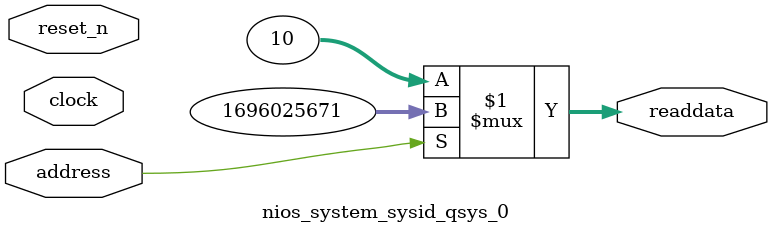
<source format=v>



// synthesis translate_off
`timescale 1ns / 1ps
// synthesis translate_on

// turn off superfluous verilog processor warnings 
// altera message_level Level1 
// altera message_off 10034 10035 10036 10037 10230 10240 10030 

module nios_system_sysid_qsys_0 (
               // inputs:
                address,
                clock,
                reset_n,

               // outputs:
                readdata
             )
;

  output  [ 31: 0] readdata;
  input            address;
  input            clock;
  input            reset_n;

  wire    [ 31: 0] readdata;
  //control_slave, which is an e_avalon_slave
  assign readdata = address ? 1696025671 : 10;

endmodule



</source>
